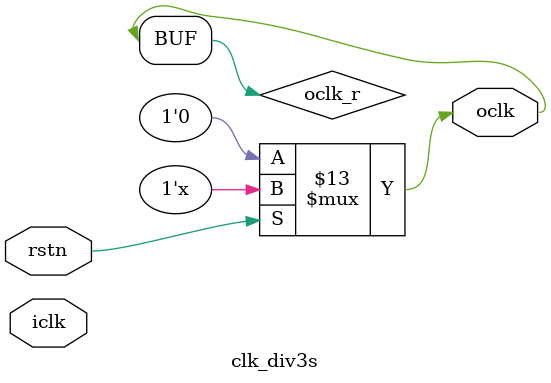
<source format=v>
module clk_div3s(
    input iclk,
    input rstn,
    output oclk);

    reg [2:0] shift_p,shift_n;
    always @(posedge iclk or negedge rstn) begin
        if (!rstn) begin
            shift_p <= 3'b100;
        end else begin
            shift_p <= {shift_p[0],shift_p[2:1]};
        end
    end

    always @(negedge iclk or negedge rstn) begin
        if (!rstn) begin
            shift_n <= 3'b100;
        end else begin
            shift_n <= {shift_p[0],shift_p[2:1]};
        end
    end
    reg oclk_r;
    assign reve_p = shift_p[2] && shift_n[2];
    assign reve_n = shift_p[1] && shift_n[0];
    always @(iclk or rstn) begin
        if (!rstn) begin
            oclk_r <= 0;
        end else begin
            oclk_r <= (reve_p || reve_n) ? ~oclk_r : oclk_r;
        end
    end
    assign oclk = oclk_r;

endmodule//clk_div3s
</source>
